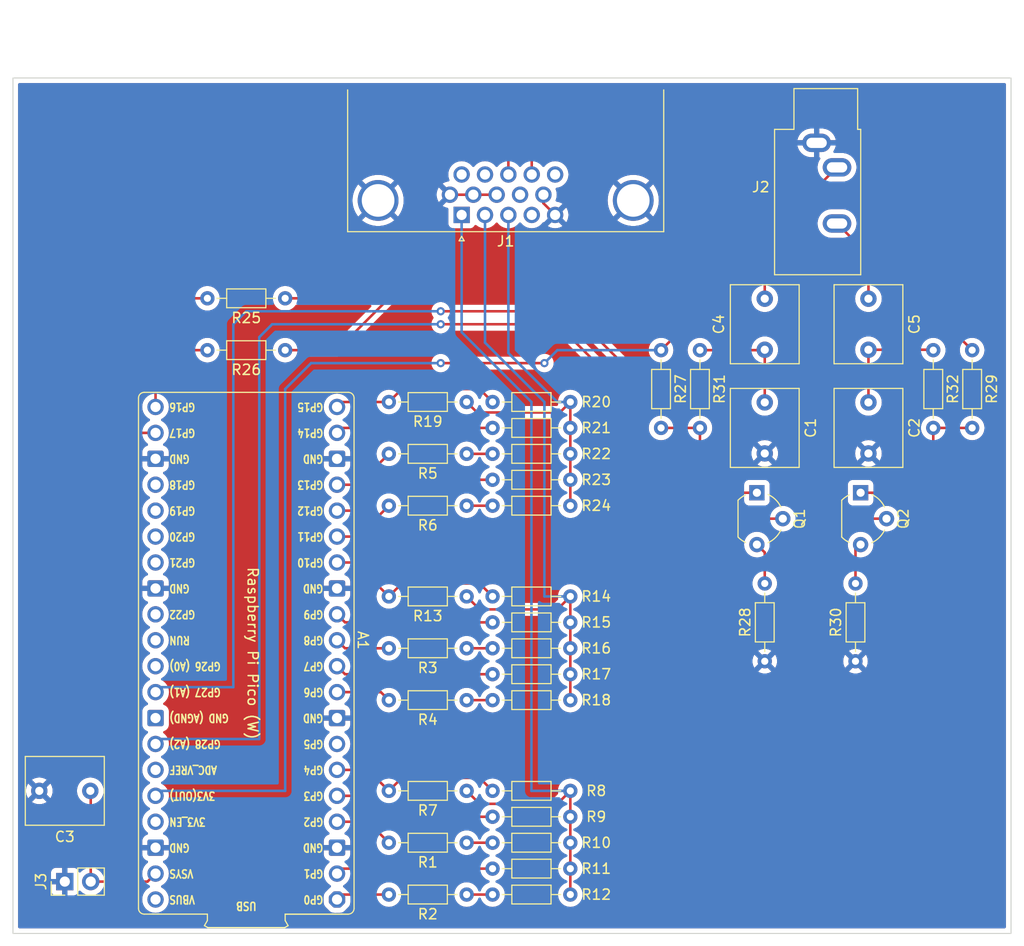
<source format=kicad_pcb>
(kicad_pcb (version 20211014) (generator pcbnew)
  (layers (0 "F.Cu" signal) (31 "B.Cu" signal) (34 "B.Paste" user) (35 "F.Paste" user) (36 "B.SilkS" user "B.Silkscreen") (37 "F.SilkS" user "F.Silkscreen") (38 "B.Mask" user) (39 "F.Mask" user) (44 "Edge.Cuts" user))
  (net 0 "")
  (net 1 "/GPIO0")
  (net 2 "/GPIO1")
  (net 3 "/GPIO2")
  (net 4 "/GPIO3")
  (net 5 "/GPIO4")
  (net 6 "/GPIO5")
  (net 7 "/GPIO6")
  (net 8 "/GPIO7")
  (net 9 "/GPIO8")
  (net 10 "/GPIO9")
  (net 11 "/GPIO10")
  (net 12 "/GPIO11")
  (net 13 "/GPIO12")
  (net 14 "/GPIO13")
  (net 15 "/GPIO14")
  (net 16 "/GPIO15")
  (net 24 "/PWM_R")
  (net 26 "/PWM_L")
  (net 28 "+3V3")
  (net 30 "Net-(A1-Pad21)")
  (net 31 "+5V")
  (net 32 "Net-(C1-Pad1)")
  (net 33 "Net-(C2-Pad1)")
  (net 34 "Net-(C4-Pad2)")
  (net 35 "Net-(C5-Pad1)")
  (net 36 "/VGA_R")
  (net 37 "/VGA_G")
  (net 38 "/VGA_B")
  (net 43 "/HSYNC")
  (net 44 "/VSYNC")
  (net 46 "Net-(Q1-Pad1)")
  (net 47 "Net-(Q1-Pad3)")
  (net 48 "Net-(Q2-Pad1)")
  (net 49 "Net-(Q2-Pad3)")
  (net 50 "Net-(R1-Pad1)")
  (net 51 "Net-(R12-Pad2)")
  (net 52 "Net-(R16-Pad2)")
  (net 53 "Net-(R18-Pad2)")
  (net 54 "Net-(R22-Pad2)")
  (net 55 "Net-(R24-Pad2)")
  (net 56 "Net-(A1-Pad22)")
  (net 58 "GND")
  (footprint "Capacitor_THT:C_Rect_L7.5mm_W6.5mm_P5.00mm" (layer "F.Cu") (at 115.57 54.65 -90)
    (fp_text reference "C2" (at 2.5 -4.5 90) (layer "F.SilkS"))
    (fp_text value "100n")
    (pad "1" thru_hole circle (at 0 0 270) (size 1.6 1.6) (drill 0.8) (layers *.Cu *.Mask) (net 33 "Net-(C2-Pad1)"))
    (pad "2" thru_hole circle (at 5 0 270) (size 1.6 1.6) (drill 0.8) (layers *.Cu *.Mask) (net 58 "GND"))
  )
  (footprint "Package_TO_SOT_THT:TO-92_Wide" (layer "F.Cu") (at 104.64 63.5 -90)
    (fp_text reference "Q1" (at 2.55 -4.19 90) (layer "F.SilkS"))
    (fp_text value "Q_NMOS_DGS")
    (pad "1" thru_hole rect (at 0 0 270) (size 1.5 1.5) (drill 0.8) (layers *.Cu *.Mask) (net 46 "Net-(Q1-Pad1)"))
    (pad "2" thru_hole circle (at 2.54 -2.54 270) (size 1.5 1.5) (drill 0.8) (layers *.Cu *.Mask) (net 26 "/PWM_L"))
    (pad "3" thru_hole circle (at 5.08 0 270) (size 1.5 1.5) (drill 0.8) (layers *.Cu *.Mask) (net 47 "Net-(Q1-Pad3)"))
  )
  (footprint "Resistor_THT:R_Axial_DIN0204_L3.6mm_D1.6mm_P7.62mm_Horizontal" (layer "F.Cu") (at 76.2 97.79 180)
    (fp_text reference "R1" (at 3.81 -1.92) (layer "F.SilkS"))
    (fp_text value "1k")
    (pad "1" thru_hole circle (at 0 0 180) (size 1.4 1.4) (drill 0.7) (layers *.Cu *.Mask) (net 50 "Net-(R1-Pad1)"))
    (pad "2" thru_hole oval (at 7.62 0 180) (size 1.4 1.4) (drill 0.7) (layers *.Cu *.Mask) (net 3 "/GPIO2"))
  )
  (footprint "Resistor_THT:R_Axial_DIN0204_L3.6mm_D1.6mm_P7.62mm_Horizontal" (layer "F.Cu") (at 76.2 73.66 180)
    (fp_text reference "R13" (at 3.81 -1.92) (layer "F.SilkS"))
    (fp_text value "1k")
    (pad "1" thru_hole circle (at 0 0 180) (size 1.4 1.4) (drill 0.7) (layers *.Cu *.Mask) (net 37 "/VGA_G"))
    (pad "2" thru_hole oval (at 7.62 0 180) (size 1.4 1.4) (drill 0.7) (layers *.Cu *.Mask) (net 11 "/GPIO10"))
  )
  (footprint "Resistor_THT:R_Axial_DIN0204_L3.6mm_D1.6mm_P7.62mm_Horizontal" (layer "F.Cu") (at 99.06 49.53 -90)
    (fp_text reference "R31" (at 3.81 -1.92 90) (layer "F.SilkS"))
    (fp_text value "220")
    (pad "1" thru_hole circle (at 0 0 270) (size 1.4 1.4) (drill 0.7) (layers *.Cu *.Mask) (net 32 "Net-(C1-Pad1)"))
    (pad "2" thru_hole oval (at 7.62 0 270) (size 1.4 1.4) (drill 0.7) (layers *.Cu *.Mask) (net 46 "Net-(Q1-Pad1)"))
  )
  (footprint "Resistor_THT:R_Axial_DIN0204_L3.6mm_D1.6mm_P7.62mm_Horizontal" (layer "F.Cu") (at 86.36 59.69 180)
    (fp_text reference "R22" (at -2.54 0) (layer "F.SilkS"))
    (fp_text value "1k")
    (pad "1" thru_hole circle (at 0 0 180) (size 1.4 1.4) (drill 0.7) (layers *.Cu *.Mask) (net 38 "/VGA_B"))
    (pad "2" thru_hole oval (at 7.62 0 180) (size 1.4 1.4) (drill 0.7) (layers *.Cu *.Mask) (net 54 "Net-(R22-Pad2)"))
  )
  (footprint "Resistor_THT:R_Axial_DIN0204_L3.6mm_D1.6mm_P7.62mm_Horizontal" (layer "F.Cu") (at 86.36 57.15 180)
    (fp_text reference "R21" (at -2.54 0) (layer "F.SilkS"))
    (fp_text value "1k")
    (pad "1" thru_hole circle (at 0 0 180) (size 1.4 1.4) (drill 0.7) (layers *.Cu *.Mask) (net 38 "/VGA_B"))
    (pad "2" thru_hole oval (at 7.62 0 180) (size 1.4 1.4) (drill 0.7) (layers *.Cu *.Mask) (net 15 "/GPIO14"))
  )
  (footprint "Resistor_THT:R_Axial_DIN0204_L3.6mm_D1.6mm_P7.62mm_Horizontal" (layer "F.Cu") (at 58.42 49.53 180)
    (fp_text reference "R26" (at 3.81 -1.92) (layer "F.SilkS"))
    (fp_text value "47")
    (pad "1" thru_hole circle (at 0 0 180) (size 1.4 1.4) (drill 0.7) (layers *.Cu *.Mask) (net 43 "/HSYNC"))
    (pad "2" thru_hole oval (at 7.62 0 180) (size 1.4 1.4) (drill 0.7) (layers *.Cu *.Mask) (net 30 "Net-(A1-Pad21)"))
  )
  (footprint "Resistor_THT:R_Axial_DIN0204_L3.6mm_D1.6mm_P7.62mm_Horizontal" (layer "F.Cu") (at 114.3 80.01 90)
    (fp_text reference "R30" (at 3.81 -1.92 90) (layer "F.SilkS"))
    (fp_text value "100")
    (pad "1" thru_hole circle (at 0 0 90) (size 1.4 1.4) (drill 0.7) (layers *.Cu *.Mask) (net 58 "GND"))
    (pad "2" thru_hole oval (at 7.62 0 90) (size 1.4 1.4) (drill 0.7) (layers *.Cu *.Mask) (net 49 "Net-(Q2-Pad3)"))
  )
  (footprint "Capacitor_THT:C_Rect_L7.5mm_W6.5mm_P5.00mm" (layer "F.Cu") (at 39.33 92.71 180)
    (fp_text reference "C3" (at 2.5 -4.5) (layer "F.SilkS"))
    (fp_text value "100n")
    (pad "1" thru_hole circle (at 0 0 180) (size 1.6 1.6) (drill 0.8) (layers *.Cu *.Mask) (net 31 "+5V"))
    (pad "2" thru_hole circle (at 5 0 180) (size 1.6 1.6) (drill 0.8) (layers *.Cu *.Mask) (net 58 "GND"))
  )
  (footprint "Resistor_THT:R_Axial_DIN0204_L3.6mm_D1.6mm_P7.62mm_Horizontal" (layer "F.Cu") (at 86.36 73.66 180)
    (fp_text reference "R14" (at -2.54 0) (layer "F.SilkS"))
    (fp_text value "1k")
    (pad "1" thru_hole circle (at 0 0 180) (size 1.4 1.4) (drill 0.7) (layers *.Cu *.Mask) (net 37 "/VGA_G"))
    (pad "2" thru_hole oval (at 7.62 0 180) (size 1.4 1.4) (drill 0.7) (layers *.Cu *.Mask) (net 11 "/GPIO10"))
  )
  (footprint "Resistor_THT:R_Axial_DIN0204_L3.6mm_D1.6mm_P7.62mm_Horizontal" (layer "F.Cu") (at 86.36 95.25 180)
    (fp_text reference "R9" (at -2.54 0) (layer "F.SilkS"))
    (fp_text value "1k")
    (pad "1" thru_hole circle (at 0 0 180) (size 1.4 1.4) (drill 0.7) (layers *.Cu *.Mask) (net 36 "/VGA_R"))
    (pad "2" thru_hole oval (at 7.62 0 180) (size 1.4 1.4) (drill 0.7) (layers *.Cu *.Mask) (net 4 "/GPIO3"))
  )
  (footprint "Resistor_THT:R_Axial_DIN0204_L3.6mm_D1.6mm_P7.62mm_Horizontal" (layer "F.Cu") (at 76.2 64.77 180)
    (fp_text reference "R6" (at 3.81 -1.92) (layer "F.SilkS"))
    (fp_text value "3.9k")
    (pad "1" thru_hole circle (at 0 0 180) (size 1.4 1.4) (drill 0.7) (layers *.Cu *.Mask) (net 55 "Net-(R24-Pad2)"))
    (pad "2" thru_hole oval (at 7.62 0 180) (size 1.4 1.4) (drill 0.7) (layers *.Cu *.Mask) (net 12 "/GPIO11"))
  )
  (footprint "Resistor_THT:R_Axial_DIN0204_L3.6mm_D1.6mm_P7.62mm_Horizontal" (layer "F.Cu") (at 86.36 102.87 180)
    (fp_text reference "R12" (at -2.54 0) (layer "F.SilkS"))
    (fp_text value "3.9k")
    (pad "1" thru_hole circle (at 0 0 180) (size 1.4 1.4) (drill 0.7) (layers *.Cu *.Mask) (net 36 "/VGA_R"))
    (pad "2" thru_hole oval (at 7.62 0 180) (size 1.4 1.4) (drill 0.7) (layers *.Cu *.Mask) (net 51 "Net-(R12-Pad2)"))
  )
  (footprint "Resistor_THT:R_Axial_DIN0204_L3.6mm_D1.6mm_P7.62mm_Horizontal" (layer "F.Cu") (at 76.2 78.74 180)
    (fp_text reference "R3" (at 3.81 -1.92) (layer "F.SilkS"))
    (fp_text value "1k")
    (pad "1" thru_hole circle (at 0 0 180) (size 1.4 1.4) (drill 0.7) (layers *.Cu *.Mask) (net 52 "Net-(R16-Pad2)"))
    (pad "2" thru_hole oval (at 7.62 0 180) (size 1.4 1.4) (drill 0.7) (layers *.Cu *.Mask) (net 9 "/GPIO8"))
  )
  (footprint "Resistor_THT:R_Axial_DIN0204_L3.6mm_D1.6mm_P7.62mm_Horizontal" (layer "F.Cu") (at 86.36 62.23 180)
    (fp_text reference "R23" (at -2.54 0) (layer "F.SilkS"))
    (fp_text value "3.9k")
    (pad "1" thru_hole circle (at 0 0 180) (size 1.4 1.4) (drill 0.7) (layers *.Cu *.Mask) (net 38 "/VGA_B"))
    (pad "2" thru_hole oval (at 7.62 0 180) (size 1.4 1.4) (drill 0.7) (layers *.Cu *.Mask) (net 13 "/GPIO12"))
  )
  (footprint "Connector_Audio:Jack_3.5mm_CUI_SJ1-3533NG_Horizontal" (layer "F.Cu") (at 110.49 29.22)
    (fp_text reference "J2" (at -5.472579 4.332418) (layer "F.SilkS"))
    (fp_text value "AudioJack3")
    (pad "R" thru_hole oval (at 2 7.9) (size 2.8 1.8) (drill oval 2 1) (layers *.Cu *.Mask) (net 35 "Net-(C5-Pad1)"))
    (pad "S" thru_hole oval (at 0 0) (size 2.8 1.8) (drill oval 2 1) (layers *.Cu *.Mask) (net 58 "GND"))
    (pad "T" thru_hole oval (at 2 2.4) (size 2.8 1.8) (drill oval 2 1) (layers *.Cu *.Mask) (net 34 "Net-(C4-Pad2)"))
  )
  (footprint "Resistor_THT:R_Axial_DIN0204_L3.6mm_D1.6mm_P7.62mm_Horizontal" (layer "F.Cu") (at 86.36 83.82 180)
    (fp_text reference "R18" (at -2.54 0) (layer "F.SilkS"))
    (fp_text value "3.9k")
    (pad "1" thru_hole circle (at 0 0 180) (size 1.4 1.4) (drill 0.7) (layers *.Cu *.Mask) (net 37 "/VGA_G"))
    (pad "2" thru_hole oval (at 7.62 0 180) (size 1.4 1.4) (drill 0.7) (layers *.Cu *.Mask) (net 53 "Net-(R18-Pad2)"))
  )
  (footprint "Resistor_THT:R_Axial_DIN0204_L3.6mm_D1.6mm_P7.62mm_Horizontal" (layer "F.Cu") (at 86.36 76.2 180)
    (fp_text reference "R15" (at -2.54 0) (layer "F.SilkS"))
    (fp_text value "1k")
    (pad "1" thru_hole circle (at 0 0 180) (size 1.4 1.4) (drill 0.7) (layers *.Cu *.Mask) (net 37 "/VGA_G"))
    (pad "2" thru_hole oval (at 7.62 0 180) (size 1.4 1.4) (drill 0.7) (layers *.Cu *.Mask) (net 10 "/GPIO9"))
  )
  (footprint "Resistor_THT:R_Axial_DIN0204_L3.6mm_D1.6mm_P7.62mm_Horizontal" (layer "F.Cu") (at 86.36 78.74 180)
    (fp_text reference "R16" (at -2.54 0) (layer "F.SilkS"))
    (fp_text value "1k")
    (pad "1" thru_hole circle (at 0 0 180) (size 1.4 1.4) (drill 0.7) (layers *.Cu *.Mask) (net 37 "/VGA_G"))
    (pad "2" thru_hole oval (at 7.62 0 180) (size 1.4 1.4) (drill 0.7) (layers *.Cu *.Mask) (net 52 "Net-(R16-Pad2)"))
  )
  (footprint "Connector_PinHeader_2.54mm:PinHeader_1x02_P2.54mm_Vertical" (layer "F.Cu") (at 36.83 101.6 90)
    (fp_text reference "J3" (at 0 -2.33 90) (layer "F.SilkS"))
    (fp_text value "5V in")
    (pad "1" thru_hole rect (at 0 0 90) (size 1.7 1.7) (drill 1) (layers *.Cu *.Mask) (net 58 "GND"))
    (pad "2" thru_hole oval (at 0 2.54 90) (size 1.7 1.7) (drill 1) (layers *.Cu *.Mask) (net 31 "+5V"))
  )
  (footprint "Resistor_THT:R_Axial_DIN0204_L3.6mm_D1.6mm_P7.62mm_Horizontal" (layer "F.Cu") (at 86.36 97.79 180)
    (fp_text reference "R10" (at -2.54 0) (layer "F.SilkS"))
    (fp_text value "1k")
    (pad "1" thru_hole circle (at 0 0 180) (size 1.4 1.4) (drill 0.7) (layers *.Cu *.Mask) (net 36 "/VGA_R"))
    (pad "2" thru_hole oval (at 7.62 0 180) (size 1.4 1.4) (drill 0.7) (layers *.Cu *.Mask) (net 50 "Net-(R1-Pad1)"))
  )
  (footprint "Resistor_THT:R_Axial_DIN0204_L3.6mm_D1.6mm_P7.62mm_Horizontal" (layer "F.Cu") (at 76.2 83.82 180)
    (fp_text reference "R4" (at 3.81 -1.92) (layer "F.SilkS"))
    (fp_text value "3.9k")
    (pad "1" thru_hole circle (at 0 0 180) (size 1.4 1.4) (drill 0.7) (layers *.Cu *.Mask) (net 53 "Net-(R18-Pad2)"))
    (pad "2" thru_hole oval (at 7.62 0 180) (size 1.4 1.4) (drill 0.7) (layers *.Cu *.Mask) (net 7 "/GPIO6"))
  )
  (footprint "Resistor_THT:R_Axial_DIN0204_L3.6mm_D1.6mm_P7.62mm_Horizontal" (layer "F.Cu") (at 86.36 54.61 180)
    (fp_text reference "R20" (at -2.54 0) (layer "F.SilkS"))
    (fp_text value "1k")
    (pad "1" thru_hole circle (at 0 0 180) (size 1.4 1.4) (drill 0.7) (layers *.Cu *.Mask) (net 38 "/VGA_B"))
    (pad "2" thru_hole oval (at 7.62 0 180) (size 1.4 1.4) (drill 0.7) (layers *.Cu *.Mask) (net 16 "/GPIO15"))
  )
  (footprint "Resistor_THT:R_Axial_DIN0204_L3.6mm_D1.6mm_P7.62mm_Horizontal" (layer "F.Cu") (at 95.25 49.53 -90)
    (fp_text reference "R27" (at 3.81 -1.92 90) (layer "F.SilkS"))
    (fp_text value "1k")
    (pad "1" thru_hole circle (at 0 0 270) (size 1.4 1.4) (drill 0.7) (layers *.Cu *.Mask) (net 28 "+3V3"))
    (pad "2" thru_hole oval (at 7.62 0 270) (size 1.4 1.4) (drill 0.7) (layers *.Cu *.Mask) (net 46 "Net-(Q1-Pad1)"))
  )
  (footprint "Resistor_THT:R_Axial_DIN0204_L3.6mm_D1.6mm_P7.62mm_Horizontal" (layer "F.Cu") (at 58.42 44.45 180)
    (fp_text reference "R25" (at 3.81 -1.92) (layer "F.SilkS"))
    (fp_text value "47")
    (pad "1" thru_hole circle (at 0 0 180) (size 1.4 1.4) (drill 0.7) (layers *.Cu *.Mask) (net 44 "/VSYNC"))
    (pad "2" thru_hole oval (at 7.62 0 180) (size 1.4 1.4) (drill 0.7) (layers *.Cu *.Mask) (net 56 "Net-(A1-Pad22)"))
  )
  (footprint "Resistor_THT:R_Axial_DIN0204_L3.6mm_D1.6mm_P7.62mm_Horizontal" (layer "F.Cu") (at 76.2 59.69 180)
    (fp_text reference "R5" (at 3.81 -1.92) (layer "F.SilkS"))
    (fp_text value "1k")
    (pad "1" thru_hole circle (at 0 0 180) (size 1.4 1.4) (drill 0.7) (layers *.Cu *.Mask) (net 54 "Net-(R22-Pad2)"))
    (pad "2" thru_hole oval (at 7.62 0 180) (size 1.4 1.4) (drill 0.7) (layers *.Cu *.Mask) (net 14 "/GPIO13"))
  )
  (footprint "Resistor_THT:R_Axial_DIN0204_L3.6mm_D1.6mm_P7.62mm_Horizontal" (layer "F.Cu") (at 125.73 49.53 -90)
    (fp_text reference "R29" (at 3.81 -1.92 90) (layer "F.SilkS"))
    (fp_text value "1k")
    (pad "1" thru_hole circle (at 0 0 270) (size 1.4 1.4) (drill 0.7) (layers *.Cu *.Mask) (net 28 "+3V3"))
    (pad "2" thru_hole oval (at 7.62 0 270) (size 1.4 1.4) (drill 0.7) (layers *.Cu *.Mask) (net 48 "Net-(Q2-Pad1)"))
  )
  (footprint "Resistor_THT:R_Axial_DIN0204_L3.6mm_D1.6mm_P7.62mm_Horizontal" (layer "F.Cu") (at 76.2 102.87 180)
    (fp_text reference "R2" (at 3.81 -1.92) (layer "F.SilkS"))
    (fp_text value "3.9k")
    (pad "1" thru_hole circle (at 0 0 180) (size 1.4 1.4) (drill 0.7) (layers *.Cu *.Mask) (net 51 "Net-(R12-Pad2)"))
    (pad "2" thru_hole oval (at 7.62 0 180) (size 1.4 1.4) (drill 0.7) (layers *.Cu *.Mask) (net 1 "/GPIO0"))
  )
  (footprint "Resistor_THT:R_Axial_DIN0204_L3.6mm_D1.6mm_P7.62mm_Horizontal" (layer "F.Cu") (at 86.36 92.71 180)
    (fp_text reference "R8" (at -2.54 0) (layer "F.SilkS"))
    (fp_text value "1k")
    (pad "1" thru_hole circle (at 0 0 180) (size 1.4 1.4) (drill 0.7) (layers *.Cu *.Mask) (net 36 "/VGA_R"))
    (pad "2" thru_hole oval (at 7.62 0 180) (size 1.4 1.4) (drill 0.7) (layers *.Cu *.Mask) (net 5 "/GPIO4"))
  )
  (footprint "Capacitor_THT:C_Rect_L7.5mm_W6.5mm_P5.00mm" (layer "F.Cu") (at 105.41 49.49 90)
    (fp_text reference "C4" (at 2.5 -4.5 90) (layer "F.SilkS"))
    (fp_text value "1u")
    (pad "1" thru_hole circle (at 0 0 90) (size 1.6 1.6) (drill 0.8) (layers *.Cu *.Mask) (net 32 "Net-(C1-Pad1)"))
    (pad "2" thru_hole circle (at 5 0 90) (size 1.6 1.6) (drill 0.8) (layers *.Cu *.Mask) (net 34 "Net-(C4-Pad2)"))
  )
  (footprint "Resistor_THT:R_Axial_DIN0204_L3.6mm_D1.6mm_P7.62mm_Horizontal" (layer "F.Cu") (at 86.36 100.33 180)
    (fp_text reference "R11" (at -2.54 0) (layer "F.SilkS"))
    (fp_text value "3.9k")
    (pad "1" thru_hole circle (at 0 0 180) (size 1.4 1.4) (drill 0.7) (layers *.Cu *.Mask) (net 36 "/VGA_R"))
    (pad "2" thru_hole oval (at 7.62 0 180) (size 1.4 1.4) (drill 0.7) (layers *.Cu *.Mask) (net 2 "/GPIO1"))
  )
  (footprint "Capacitor_THT:C_Rect_L7.5mm_W6.5mm_P5.00mm" (layer "F.Cu") (at 105.41 54.65 -90)
    (fp_text reference "C1" (at 2.5 -4.5 90) (layer "F.SilkS"))
    (fp_text value "100n")
    (pad "1" thru_hole circle (at 0 0 270) (size 1.6 1.6) (drill 0.8) (layers *.Cu *.Mask) (net 32 "Net-(C1-Pad1)"))
    (pad "2" thru_hole circle (at 5 0 270) (size 1.6 1.6) (drill 0.8) (layers *.Cu *.Mask) (net 58 "GND"))
  )
  (footprint "Resistor_THT:R_Axial_DIN0204_L3.6mm_D1.6mm_P7.62mm_Horizontal" (layer "F.Cu") (at 121.92 49.53 -90)
    (fp_text reference "R32" (at 3.81 -1.92 90) (layer "F.SilkS"))
    (fp_text value "220")
    (pad "1" thru_hole circle (at 0 0 270) (size 1.4 1.4) (drill 0.7) (layers *.Cu *.Mask) (net 33 "Net-(C2-Pad1)"))
    (pad "2" thru_hole oval (at 7.62 0 270) (size 1.4 1.4) (drill 0.7) (layers *.Cu *.Mask) (net 48 "Net-(Q2-Pad1)"))
  )
  (footprint "Resistor_THT:R_Axial_DIN0204_L3.6mm_D1.6mm_P7.62mm_Horizontal" (layer "F.Cu") (at 76.2 54.61 180)
    (fp_text reference "R19" (at 3.81 -1.92) (layer "F.SilkS"))
    (fp_text value "1k")
    (pad "1" thru_hole circle (at 0 0 180) (size 1.4 1.4) (drill 0.7) (layers *.Cu *.Mask) (net 38 "/VGA_B"))
    (pad "2" thru_hole oval (at 7.62 0 180) (size 1.4 1.4) (drill 0.7) (layers *.Cu *.Mask) (net 16 "/GPIO15"))
  )
  (footprint "Resistor_THT:R_Axial_DIN0204_L3.6mm_D1.6mm_P7.62mm_Horizontal" (layer "F.Cu") (at 76.2 92.71 180)
    (fp_text reference "R7" (at 3.81 -1.92) (layer "F.SilkS"))
    (fp_text value "1k")
    (pad "1" thru_hole circle (at 0 0 180) (size 1.4 1.4) (drill 0.7) (layers *.Cu *.Mask) (net 36 "/VGA_R"))
    (pad "2" thru_hole oval (at 7.62 0 180) (size 1.4 1.4) (drill 0.7) (layers *.Cu *.Mask) (net 5 "/GPIO4"))
  )
  (footprint "Connector_Dsub:DSUB-15-HD_Female_Horizontal_P2.29x1.98mm_EdgePinOffset8.35mm_Housed_MountingHolesOffset10.89mm" (layer "F.Cu") (at 75.71 36.280331 180)
    (fp_text reference "J1" (at -4.315 -2.58) (layer "F.SilkS"))
    (fp_text value "L77HDE15SD1CH4F")
    (pad "0" thru_hole circle (at 8.185 1.42 180) (size 4 4) (drill 3.2) (layers *.Cu *.Mask) (net 58 "GND"))
    (pad "0" thru_hole circle (at -16.815 1.42 180) (size 4 4) (drill 3.2) (layers *.Cu *.Mask) (net 58 "GND"))
    (pad "1" thru_hole rect (at 0 0 180) (size 1.6 1.6) (drill 1) (layers *.Cu *.Mask) (net 36 "/VGA_R"))
    (pad "2" thru_hole circle (at -2.29 0 180) (size 1.6 1.6) (drill 1) (layers *.Cu *.Mask) (net 37 "/VGA_G"))
    (pad "3" thru_hole circle (at -4.58 0 180) (size 1.6 1.6) (drill 1) (layers *.Cu *.Mask) (net 38 "/VGA_B"))
    (pad "4" thru_hole circle (at -6.87 0 180) (size 1.6 1.6) (drill 1) (layers *.Cu *.Mask))
    (pad "5" thru_hole circle (at -9.16 0 180) (size 1.6 1.6) (drill 1) (layers *.Cu *.Mask) (net 58 "GND"))
    (pad "6" thru_hole circle (at 1.145 1.98 180) (size 1.6 1.6) (drill 1) (layers *.Cu *.Mask) (net 58 "GND"))
    (pad "7" thru_hole circle (at -1.145 1.98 180) (size 1.6 1.6) (drill 1) (layers *.Cu *.Mask) (net 58 "GND"))
    (pad "8" thru_hole circle (at -3.435 1.98 180) (size 1.6 1.6) (drill 1) (layers *.Cu *.Mask) (net 58 "GND"))
    (pad "9" thru_hole circle (at -5.725 1.98 180) (size 1.6 1.6) (drill 1) (layers *.Cu *.Mask))
    (pad "10" thru_hole circle (at -8.015 1.98 180) (size 1.6 1.6) (drill 1) (layers *.Cu *.Mask) (net 58 "GND"))
    (pad "11" thru_hole circle (at 0 3.96 180) (size 1.6 1.6) (drill 1) (layers *.Cu *.Mask))
    (pad "12" thru_hole circle (at -2.29 3.96 180) (size 1.6 1.6) (drill 1) (layers *.Cu *.Mask))
    (pad "13" thru_hole circle (at -4.58 3.96 180) (size 1.6 1.6) (drill 1) (layers *.Cu *.Mask) (net 43 "/HSYNC"))
    (pad "14" thru_hole circle (at -6.87 3.96 180) (size 1.6 1.6) (drill 1) (layers *.Cu *.Mask) (net 44 "/VSYNC"))
    (pad "15" thru_hole circle (at -9.16 3.96 180) (size 1.6 1.6) (drill 1) (layers *.Cu *.Mask))
  )
  (footprint "Module:Raspberry_Pi_Pico_Socket" (layer "F.Cu") (at 63.5 103.355 180)
    (fp_text reference "A1" (at -2.54 25.4 270 unlocked) (layer "F.SilkS"))
    (fp_text value "RaspberryPi-Pico-Socket")
    (fp_text user "GP3" (at 1.27 10.16 180 unlocked) (layer "F.SilkS") (effects (font (size 0.8 0.64)) (justify left)))
    (fp_text user "GND" (at 16.51 30.48 180 unlocked) (layer "F.SilkS") (effects (font (size 0.8 0.64)) (justify right)))
    (fp_text user "GP13" (at 1.27 40.64 180 unlocked) (layer "F.SilkS") (effects (font (size 0.8 0.64)) (justify left)))
    (fp_text user "GP18" (at 16.51 40.64 180 unlocked) (layer "F.SilkS") (effects (font (size 0.8 0.64)) (justify right)))
    (fp_text user "GP10" (at 1.27 33.02 180 unlocked) (layer "F.SilkS") (effects (font (size 0.8 0.64)) (justify left)))
    (fp_text user "VSYS" (at 16.51 2.54 180 unlocked) (layer "F.SilkS") (effects (font (size 0.8 0.64)) (justify right)))
    (fp_text user "GP4" (at 1.27 12.7 180 unlocked) (layer "F.SilkS") (effects (font (size 0.8 0.64)) (justify left)))
    (fp_text user "GP9" (at 1.27 27.94 180 unlocked) (layer "F.SilkS") (effects (font (size 0.8 0.64)) (justify left)))
    (fp_text user "GP2" (at 1.27 7.62 180 unlocked) (layer "F.SilkS") (effects (font (size 0.8 0.64)) (justify left)))
    (fp_text user "ADC_VREF" (at 16.51 12.7 180 unlocked) (layer "F.SilkS") (effects (font (size 0.8 0.64)) (justify right)))
    (fp_text user "GND" (at 1.27 30.48 180 unlocked) (layer "F.SilkS") (effects (font (size 0.8 0.64)) (justify left)))
    (fp_text user "RUN" (at 16.51 25.4 180 unlocked) (layer "F.SilkS") (effects (font (size 0.8 0.64)) (justify right)))
    (fp_text user "GP15" (at 1.27 48.26 180 unlocked) (layer "F.SilkS") (effects (font (size 0.8 0.64)) (justify left)))
    (fp_text user "GP19" (at 16.51 38.1 180 unlocked) (layer "F.SilkS") (effects (font (size 0.8 0.64)) (justify right)))
    (fp_text user "GND" (at 1.27 5.08 180 unlocked) (layer "F.SilkS") (effects (font (size 0.8 0.64)) (justify left)))
    (fp_text user "GP0" (at 1.27 0 180 unlocked) (layer "F.SilkS") (effects (font (size 0.8 0.64)) (justify left)))
    (fp_text user "GP28 (A2)" (at 16.51 15.24 180 unlocked) (layer "F.SilkS") (effects (font (size 0.8 0.64)) (justify right)))
    (fp_text user "GND" (at 16.51 5.08 180 unlocked) (layer "F.SilkS") (effects (font (size 0.8 0.64)) (justify right)))
    (fp_text user "GND" (at 1.27 17.78 180 unlocked) (layer "F.SilkS") (effects (font (size 0.8 0.64)) (justify left)))
    (fp_text user "GP5" (at 1.27 15.24 180 unlocked) (layer "F.SilkS") (effects (font (size 0.8 0.64)) (justify left)))
    (fp_text user "GP14" (at 1.27 45.72 180 unlocked) (layer "F.SilkS") (effects (font (size 0.8 0.64)) (justify left)))
    (fp_text user "GP17" (at 16.51 45.72 180 unlocked) (layer "F.SilkS") (effects (font (size 0.8 0.64)) (justify right)))
    (fp_text user "GP11" (at 1.27 35.56 180 unlocked) (layer "F.SilkS") (effects (font (size 0.8 0.64)) (justify left)))
    (fp_text user "GP1" (at 1.27 2.54 180 unlocked) (layer "F.SilkS") (effects (font (size 0.8 0.64)) (justify left)))
    (fp_text user "GP20" (at 16.51 35.56 180 unlocked) (layer "F.SilkS") (effects (font (size 0.8 0.64)) (justify right)))
    (fp_text user "GP8" (at 1.27 25.4 180 unlocked) (layer "F.SilkS") (effects (font (size 0.8 0.64)) (justify left)))
    (fp_text user "Raspberry Pi Pico (W)" (at 8.255 24.13 270 unlocked) (layer "F.SilkS"))
    (fp_text user "GND" (at 16.51 43.18 180 unlocked) (layer "F.SilkS") (effects (font (size 0.8 0.64)) (justify right)))
    (fp_text user "GP22" (at 16.51 27.94 180 unlocked) (layer "F.SilkS") (effects (font (size 0.8 0.64)) (justify right)))
    (fp_text user "GP21" (at 16.51 33.02 180 unlocked) (layer "F.SilkS") (effects (font (size 0.8 0.64)) (justify right)))
    (fp_text user "GP26 (A0)" (at 16.51 22.86 180 unlocked) (layer "F.SilkS") (effects (font (size 0.8 0.64)) (justify right)))
    (fp_text user "GND (AGND)" (at 16.51 17.78 180 unlocked) (layer "F.SilkS") (effects (font (size 0.8 0.64)) (justify right)))
    (fp_text user "GP6" (at 1.27 20.32 180 unlocked) (layer "F.SilkS") (effects (font (size 0.8 0.64)) (justify left)))
    (fp_text user "GP16" (at 16.51 48.26 180 unlocked) (layer "F.SilkS") (effects (font (size 0.8 0.64)) (justify right)))
    (fp_text user "USB" (at 8.89 -0.635 180 unlocked) (layer "F.SilkS") (effects (font (size 0.8 0.66))))
    (fp_text user "GP27 (A1)" (at 16.51 20.32 180 unlocked) (layer "F.SilkS") (effects (font (size 0.8 0.64)) (justify right)))
    (fp_text user "VBUS" (at 16.51 0 180 unlocked) (layer "F.SilkS") (effects (font (size 0.8 0.64)) (justify right)))
    (fp_text user "3V3(OUT)" (at 16.51 10.16 180 unlocked) (layer "F.SilkS") (effects (font (size 0.8 0.64)) (justify right)))
    (fp_text user "GP12" (at 1.27 38.1 180 unlocked) (layer "F.SilkS") (effects (font (size 0.8 0.64)) (justify left)))
    (fp_text user "3V3_EN" (at 16.51 7.62 180 unlocked) (layer "F.SilkS") (effects (font (size 0.8 0.64)) (justify right)))
    (fp_text user "GP7" (at 1.27 22.86 180 unlocked) (layer "F.SilkS") (effects (font (size 0.8 0.64)) (justify left)))
    (fp_text user "GND" (at 1.27 43.18 180 unlocked) (layer "F.SilkS") (effects (font (size 0.8 0.64)) (justify left)))
    (pad "1" thru_hole custom (at 0 0 180) (size 1.6 1.6) (drill 1) (layers *.Cu *.Mask) (net 1 "/GPIO0") (options (clearance convexhull) (anchor circle)) (primitives (gr_poly (pts (xy 0.6 0.248529) (xy 0.248529 0.6) (xy -0.248529 0.6) (xy -0.6 0.248529) (xy -0.6 -0.248529) (xy -0.248529 -0.6) (xy 0.248529 -0.6) (xy 0.6 -0.248529)) (width 0.4) (fill yes))))
    (pad "2" thru_hole circle (at 0 2.54 180) (size 1.6 1.6) (drill 1) (layers *.Cu *.Mask) (net 2 "/GPIO1"))
    (pad "3" thru_hole roundrect (at 0 5.08 180) (size 1.6 1.6) (drill 1) (layers *.Cu *.Mask) (roundrect_rratio 0.125) (net 58 "GND"))
    (pad "4" thru_hole circle (at 0 7.62 180) (size 1.6 1.6) (drill 1) (layers *.Cu *.Mask) (net 3 "/GPIO2"))
    (pad "5" thru_hole circle (at 0 10.16 180) (size 1.6 1.6) (drill 1) (layers *.Cu *.Mask) (net 4 "/GPIO3"))
    (pad "6" thru_hole circle (at 0 12.7 180) (size 1.6 1.6) (drill 1) (layers *.Cu *.Mask) (net 5 "/GPIO4"))
    (pad "7" thru_hole circle (at 0 15.24 180) (size 1.6 1.6) (drill 1) (layers *.Cu *.Mask) (net 6 "/GPIO5"))
    (pad "8" thru_hole roundrect (at 0 17.78 180) (size 1.6 1.6) (drill 1) (layers *.Cu *.Mask) (roundrect_rratio 0.125) (net 58 "GND"))
    (pad "9" thru_hole circle (at 0 20.32 180) (size 1.6 1.6) (drill 1) (layers *.Cu *.Mask) (net 7 "/GPIO6"))
    (pad "10" thru_hole circle (at 0 22.86 180) (size 1.6 1.6) (drill 1) (layers *.Cu *.Mask) (net 8 "/GPIO7"))
    (pad "11" thru_hole circle (at 0 25.4 180) (size 1.6 1.6) (drill 1) (layers *.Cu *.Mask) (net 9 "/GPIO8"))
    (pad "12" thru_hole circle (at 0 27.94 180) (size 1.6 1.6) (drill 1) (layers *.Cu *.Mask) (net 10 "/GPIO9"))
    (pad "13" thru_hole roundrect (at 0 30.48 180) (size 1.6 1.6) (drill 1) (layers *.Cu *.Mask) (roundrect_rratio 0.125) (net 58 "GND"))
    (pad "14" thru_hole circle (at 0 33.02 180) (size 1.6 1.6) (drill 1) (layers *.Cu *.Mask) (net 11 "/GPIO10"))
    (pad "15" thru_hole circle (at 0 35.56 180) (size 1.6 1.6) (drill 1) (layers *.Cu *.Mask) (net 12 "/GPIO11"))
    (pad "16" thru_hole circle (at 0 38.1 180) (size 1.6 1.6) (drill 1) (layers *.Cu *.Mask) (net 13 "/GPIO12"))
    (pad "17" thru_hole circle (at 0 40.64 180) (size 1.6 1.6) (drill 1) (layers *.Cu *.Mask) (net 14 "/GPIO13"))
    (pad "18" thru_hole roundrect (at 0 43.18 180) (size 1.6 1.6) (drill 1) (layers *.Cu *.Mask) (roundrect_rratio 0.125) (net 58 "GND"))
    (pad "19" thru_hole circle (at 0 45.72 180) (size 1.6 1.6) (drill 1) (layers *.Cu *.Mask) (net 15 "/GPIO14"))
    (pad "20" thru_hole circle (at 0 48.26 180) (size 1.6 1.6) (drill 1) (layers *.Cu *.Mask) (net 16 "/GPIO15"))
    (pad "21" thru_hole circle (at 17.78 48.26 180) (size 1.6 1.6) (drill 1) (layers *.Cu *.Mask) (net 30 "Net-(A1-Pad21)"))
    (pad "22" thru_hole circle (at 17.78 45.72 180) (size 1.6 1.6) (drill 1) (layers *.Cu *.Mask) (net 56 "Net-(A1-Pad22)"))
    (pad "23" thru_hole roundrect (at 17.78 43.18 180) (size 1.6 1.6) (drill 1) (layers *.Cu *.Mask) (roundrect_rratio 0.125) (net 58 "GND"))
    (pad "24" thru_hole circle (at 17.78 40.64 180) (size 1.6 1.6) (drill 1) (layers *.Cu *.Mask))
    (pad "25" thru_hole circle (at 17.78 38.1 180) (size 1.6 1.6) (drill 1) (layers *.Cu *.Mask))
    (pad "26" thru_hole circle (at 17.78 35.56 180) (size 1.6 1.6) (drill 1) (layers *.Cu *.Mask))
    (pad "27" thru_hole circle (at 17.78 33.02 180) (size 1.6 1.6) (drill 1) (layers *.Cu *.Mask))
    (pad "28" thru_hole roundrect (at 17.78 30.48 180) (size 1.6 1.6) (drill 1) (layers *.Cu *.Mask) (roundrect_rratio 0.125) (net 58 "GND"))
    (pad "29" thru_hole circle (at 17.78 27.94 180) (size 1.6 1.6) (drill 1) (layers *.Cu *.Mask))
    (pad "30" thru_hole circle (at 17.78 25.4 180) (size 1.6 1.6) (drill 1) (layers *.Cu *.Mask))
    (pad "31" thru_hole circle (at 17.78 22.86 180) (size 1.6 1.6) (drill 1) (layers *.Cu *.Mask))
    (pad "32" thru_hole circle (at 17.78 20.32 180) (size 1.6 1.6) (drill 1) (layers *.Cu *.Mask) (net 24 "/PWM_R"))
    (pad "33" thru_hole roundrect (at 17.78 17.78 180) (size 1.6 1.6) (drill 1) (layers *.Cu *.Mask) (roundrect_rratio 0.125))
    (pad "34" thru_hole circle (at 17.78 15.24 180) (size 1.6 1.6) (drill 1) (layers *.Cu *.Mask) (net 26 "/PWM_L"))
    (pad "35" thru_hole circle (at 17.78 12.7 180) (size 1.6 1.6) (drill 1) (layers *.Cu *.Mask))
    (pad "36" thru_hole circle (at 17.78 10.16 180) (size 1.6 1.6) (drill 1) (layers *.Cu *.Mask) (net 28 "+3V3"))
    (pad "37" thru_hole circle (at 17.78 7.62 180) (size 1.6 1.6) (drill 1) (layers *.Cu *.Mask))
    (pad "38" thru_hole roundrect (at 17.78 5.08 180) (size 1.6 1.6) (drill 1) (layers *.Cu *.Mask) (roundrect_rratio 0.125) (net 58 "GND"))
    (pad "39" thru_hole circle (at 17.78 2.54 180) (size 1.6 1.6) (drill 1) (layers *.Cu *.Mask) (net 31 "+5V"))
    (pad "40" thru_hole circle (at 17.78 0 180) (size 1.6 1.6) (drill 1) (layers *.Cu *.Mask))
  )
  (footprint "Capacitor_THT:C_Rect_L7.5mm_W6.5mm_P5.00mm" (layer "F.Cu") (at 115.57 44.49 -90)
    (fp_text reference "C5" (at 2.5 -4.5 90) (layer "F.SilkS"))
    (fp_text value "1u")
    (pad "1" thru_hole circle (at 0 0 270) (size 1.6 1.6) (drill 0.8) (layers *.Cu *.Mask) (net 35 "Net-(C5-Pad1)"))
    (pad "2" thru_hole circle (at 5 0 270) (size 1.6 1.6) (drill 0.8) (layers *.Cu *.Mask) (net 33 "Net-(C2-Pad1)"))
  )
  (footprint "Resistor_THT:R_Axial_DIN0204_L3.6mm_D1.6mm_P7.62mm_Horizontal" (layer "F.Cu") (at 105.41 80.01 90)
    (fp_text reference "R28" (at 3.81 -1.92 90) (layer "F.SilkS"))
    (fp_text value "100")
    (pad "1" thru_hole circle (at 0 0 90) (size 1.4 1.4) (drill 0.7) (layers *.Cu *.Mask) (net 58 "GND"))
    (pad "2" thru_hole oval (at 7.62 0 90) (size 1.4 1.4) (drill 0.7) (layers *.Cu *.Mask) (net 47 "Net-(Q1-Pad3)"))
  )
  (footprint "Resistor_THT:R_Axial_DIN0204_L3.6mm_D1.6mm_P7.62mm_Horizontal" (layer "F.Cu") (at 86.36 64.77 180)
    (fp_text reference "R24" (at -2.54 0) (layer "F.SilkS"))
    (fp_text value "3.9k")
    (pad "1" thru_hole circle (at 0 0 180) (size 1.4 1.4) (drill 0.7) (layers *.Cu *.Mask) (net 38 "/VGA_B"))
    (pad "2" thru_hole oval (at 7.62 0 180) (size 1.4 1.4) (drill 0.7) (layers *.Cu *.Mask) (net 55 "Net-(R24-Pad2)"))
  )
  (footprint "Resistor_THT:R_Axial_DIN0204_L3.6mm_D1.6mm_P7.62mm_Horizontal" (layer "F.Cu") (at 86.36 81.28 180)
    (fp_text reference "R17" (at -2.54 0) (layer "F.SilkS"))
    (fp_text value "3.9k")
    (pad "1" thru_hole circle (at 0 0 180) (size 1.4 1.4) (drill 0.7) (layers *.Cu *.Mask) (net 37 "/VGA_G"))
    (pad "2" thru_hole oval (at 7.62 0 180) (size 1.4 1.4) (drill 0.7) (layers *.Cu *.Mask) (net 8 "/GPIO7"))
  )
  (footprint "Package_TO_SOT_THT:TO-92_Wide" (layer "F.Cu") (at 114.8 63.5 -90)
    (fp_text reference "Q2" (at 2.55 -4.19 90) (layer "F.SilkS"))
    (fp_text value "Q_NMOS_DGS")
    (pad "1" thru_hole rect (at 0 0 270) (size 1.5 1.5) (drill 0.8) (layers *.Cu *.Mask) (net 48 "Net-(Q2-Pad1)"))
    (pad "2" thru_hole circle (at 2.54 -2.54 270) (size 1.5 1.5) (drill 0.8) (layers *.Cu *.Mask) (net 24 "/PWM_R"))
    (pad "3" thru_hole circle (at 5.08 0 270) (size 1.5 1.5) (drill 0.8) (layers *.Cu *.Mask) (net 49 "Net-(Q2-Pad3)"))
  )
  (gr_rect (start 31.75 106.68) (end 129.54 22.86) (layer "Edge.Cuts") (width 0.1) (fill none))
  (segment (start 63.985 102.87) (end 63.5 103.355) (width 0.25) (layer "F.Cu") (net 1))
  (segment (start 68.58 102.87) (end 63.985 102.87) (width 0.25) (layer "F.Cu") (net 1))
  (segment (start 78.74 100.33) (end 63.985 100.33) (width 0.25) (layer "F.Cu") (net 2))
  (segment (start 63.985 100.33) (end 63.5 100.815) (width 0.25) (layer "F.Cu") (net 2))
  (segment (start 68.58 97.79) (end 66.525 95.735) (width 0.25) (layer "F.Cu") (net 3))
  (segment (start 66.525 95.735) (end 63.5 95.735) (width 0.25) (layer "F.Cu") (net 3))
  (segment (start 78.74 95.25) (end 68.58 95.25) (width 0.25) (layer "F.Cu") (net 4))
  (segment (start 68.58 95.25) (end 66.525 93.195) (width 0.25) (layer "F.Cu") (net 4))
  (segment (start 66.525 93.195) (end 63.5 93.195) (width 0.25) (layer "F.Cu") (net 4))
  (segment (start 68.58 92.71) (end 69.85 91.44) (width 0.25) (layer "F.Cu") (net 5))
  (segment (start 68.58 92.71) (end 66.525 90.655) (width 0.25) (layer "F.Cu") (net 5))
  (segment (start 69.85 91.44) (end 77.47 91.44) (width 0.25) (layer "F.Cu") (net 5))
  (segment (start 66.525 90.655) (end 63.5 90.655) (width 0.25) (layer "F.Cu") (net 5))
  (segment (start 77.47 91.44) (end 78.74 92.71) (width 0.25) (layer "F.Cu") (net 5))
  (segment (start 67.795 83.035) (end 63.5 83.035) (width 0.25) (layer "F.Cu") (net 7))
  (segment (start 68.58 83.82) (end 67.795 83.035) (width 0.25) (layer "F.Cu") (net 7))
  (segment (start 64.285 81.28) (end 63.5 80.495) (width 0.25) (layer "F.Cu") (net 8))
  (segment (start 78.74 81.28) (end 64.285 81.28) (width 0.25) (layer "F.Cu") (net 8))
  (segment (start 64.285 78.74) (end 63.5 77.955) (width 0.25) (layer "F.Cu") (net 9))
  (segment (start 68.58 78.74) (end 64.285 78.74) (width 0.25) (layer "F.Cu") (net 9))
  (segment (start 78.74 76.2) (end 64.285 76.2) (width 0.25) (layer "F.Cu") (net 10))
  (segment (start 64.285 76.2) (end 63.5 75.415) (width 0.25) (layer "F.Cu") (net 10))
  (segment (start 65.255 70.335) (end 63.5 70.335) (width 0.25) (layer "F.Cu") (net 11))
  (segment (start 68.58 73.66) (end 65.255 70.335) (width 0.25) (layer "F.Cu") (net 11))
  (segment (start 69.85 72.39) (end 77.47 72.39) (width 0.25) (layer "F.Cu") (net 11))
  (segment (start 77.47 72.39) (end 78.74 73.66) (width 0.25) (layer "F.Cu") (net 11))
  (segment (start 68.58 73.66) (end 69.85 72.39) (width 0.25) (layer "F.Cu") (net 11))
  (segment (start 65.555 67.795) (end 63.5 67.795) (width 0.25) (layer "F.Cu") (net 12))
  (segment (start 68.58 64.77) (end 65.555 67.795) (width 0.25) (layer "F.Cu") (net 12))
  (segment (start 65.555 65.255) (end 68.58 62.23) (width 0.25) (layer "F.Cu") (net 13))
  (segment (start 68.58 62.23) (end 78.74 62.23) (width 0.25) (layer "F.Cu") (net 13))
  (segment (start 63.5 65.255) (end 65.555 65.255) (width 0.25) (layer "F.Cu") (net 13))
  (segment (start 68.58 59.69) (end 65.555 62.715) (width 0.25) (layer "F.Cu") (net 14))
  (segment (start 65.555 62.715) (end 63.5 62.715) (width 0.25) (layer "F.Cu") (net 14))
  (segment (start 63.985 57.15) (end 63.5 57.635) (width 0.25) (layer "F.Cu") (net 15))
  (segment (start 78.74 57.15) (end 63.985 57.15) (width 0.25) (layer "F.Cu") (net 15))
  (segment (start 63.985 54.61) (end 63.5 55.095) (width 0.25) (layer "F.Cu") (net 16))
  (segment (start 68.58 54.61) (end 69.85 53.34) (width 0.25) (layer "F.Cu") (net 16))
  (segment (start 69.85 53.34) (end 77.47 53.34) (width 0.25) (layer "F.Cu") (net 16))
  (segment (start 68.58 54.61) (end 63.985 54.61) (width 0.25) (layer "F.Cu") (net 16))
  (segment (start 77.47 53.34) (end 78.74 54.61) (width 0.25) (layer "F.Cu") (net 16))
  (segment (start 102.87 57.15) (end 110.49 57.15) (width 0.25) (layer "F.Cu") (net 24))
  (segment (start 110.49 66.04) (end 117.34 66.04) (width 0.25) (layer "F.Cu") (net 24))
  (segment (start 86.36 45.72) (end 91.44 50.8) (width 0.25) (layer "F.Cu") (net 24))
  (segment (start 73.66 45.72) (end 86.36 45.72) (width 0.25) (layer "F.Cu") (net 24))
  (segment (start 91.44 50.8) (end 91.44 53.34) (width 0.25) (layer "F.Cu") (net 24))
  (segment (start 110.49 57.15) (end 110.49 66.04) (width 0.25) (layer "F.Cu") (net 24))
  (segment (start 91.44 53.34) (end 102.87 53.34) (width 0.25) (layer "F.Cu") (net 24))
  (segment (start 102.87 53.34) (end 102.87 57.15) (width 0.25) (layer "F.Cu") (net 24))
  (via (at 73.66 45.72) (size 0.8) (drill 0.4) (layers "F.Cu" "B.Cu") (net 24))
  (segment (start 54.61 45.72) (end 73.66 45.72) (width 0.25) (layer "B.Cu") (net 24))
  (segment (start 53.34 46.99) (end 54.61 45.72) (width 0.25) (layer "B.Cu") (net 24))
  (segment (start 46.205 82.55) (end 53.34 82.55) (width 0.25) (layer "B.Cu") (net 24))
  (segment (start 53.34 82.55) (end 53.34 46.99) (width 0.25) (layer "B.Cu") (net 24))
  (segment (start 45.72 83.035) (end 46.205 82.55) (width 0.25) (layer "B.Cu") (net 24))
  (segment (start 88.9 66.04) (end 107.18 66.04) (width 0.25) (layer "F.Cu") (net 26))
  (segment (start 85.09 46.99) (end 88.9 50.8) (width 0.25) (layer "F.Cu") (net 26))
  (segment (start 88.9 50.8) (end 88.9 66.04) (width 0.25) (layer "F.Cu") (net 26))
  (segment (start 73.66 46.99) (end 85.09 46.99) (width 0.25) (layer "F.Cu") (net 26))
  (via (at 73.66 46.99) (size 0.8) (drill 0.4) (layers "F.Cu" "B.Cu") (net 26))
  (segment (start 55.88 87.63) (end 55.88 48.26) (width 0.25) (layer "B.Cu") (net 26))
  (segment (start 57.15 46.99) (end 73.66 46.99) (width 0.25) (layer "B.Cu") (net 26))
  (segment (start 45.72 88.115) (end 45.72 87.63) (width 0.25) (layer "B.Cu") (net 26))
  (segment (start 45.72 87.63) (end 55.88 87.63) (width 0.25) (layer "B.Cu") (net 26))
  (segment (start 55.88 48.26) (end 57.15 46.99) (width 0.25) (layer "B.Cu") (net 26))
  (segment (start 123.19 46.99) (end 97.79 46.99) (width 0.25) (layer "F.Cu") (net 28))
  (segment (start 97.79 46.99) (end 95.25 49.53) (width 0.25) (layer "F.Cu") (net 28))
  (segment (start 73.66 50.8) (end 83.82 50.8) (width 0.25) (layer "F.Cu") (net 28))
  (segment (start 125.73 49.53) (end 123.19 46.99) (width 0.25) (layer "F.Cu") (net 28))
  (via (at 83.82 50.8) (size 0.8) (drill 0.4) (layers "F.Cu" "B.Cu") (net 28))
  (via (at 73.66 50.8) (size 0.8) (drill 0.4) (layers "F.Cu" "B.Cu") (net 28))
  (segment (start 58.42 53.34) (end 60.96 50.8) (width 0.25) (layer "B.Cu") (net 28))
  (segment (start 60.96 50.8) (end 73.66 50.8) (width 0.25) (layer "B.Cu") (net 28))
  (segment (start 45.72 93.195) (end 45.72 92.71) (width 0.25) (layer "B.Cu") (net 28))
  (segment (start 58.42 92.71) (end 58.42 53.34) (width 0.25) (layer "B.Cu") (net 28))
  (segment (start 83.82 50.8) (end 85.09 49.53) (width 0.25) (layer "B.Cu") (net 28))
  (segment (start 85.09 49.53) (end 95.25 49.53) (width 0.25) (layer "B.Cu") (net 28))
  (segment (start 45.72 92.71) (end 58.42 92.71) (width 0.25) (layer "B.Cu") (net 28))
  (segment (start 45.72 55.095) (end 45.72 50.8) (width 0.25) (layer "F.Cu") (net 30))
  (segment (start 46.99 49.53) (end 50.8 49.53) (width 0.25) (layer "F.Cu") (net 30))
  (segment (start 45.72 50.8) (end 46.99 49.53) (width 0.25) (layer "F.Cu") (net 30))
  (segment (start 39.37 101.6) (end 44.935 101.6) (width 0.25) (layer "F.Cu") (net 31))
  (segment (start 44.935 101.6) (end 45.72 100.815) (width 0.25) (layer "F.Cu") (net 31))
  (segment (start 39.37 101.6) (end 39.37 92.75) (width 0.25) (layer "F.Cu") (net 31))
  (segment (start 39.37 92.75) (end 39.33 92.71) (width 0.25) (layer "F.Cu") (net 31))
  (segment (start 99.06 49.53) (end 105.37 49.53) (width 0.25) (layer "F.Cu") (net 32))
  (segment (start 105.41 49.49) (end 105.41 54.65) (width 0.25) (layer "F.Cu") (net 32))
  (segment (start 105.37 49.53) (end 105.41 49.49) (width 0.25) (layer "F.Cu") (net 32))
  (segment (start 121.88 49.49) (end 121.92 49.53) (width 0.25) (layer "F.Cu") (net 33))
  (segment (start 115.57 49.49) (end 121.88 49.49) (width 0.25) (layer "F.Cu") (net 33))
  (segment (start 115.57 49.49) (end 115.57 54.65) (width 0.25) (layer "F.Cu") (net 33))
  (segment (start 105.41 44.49) (end 105.41 38.7) (width 0.25) (layer "F.Cu") (net 34))
  (segment (start 105.41 38.7) (end 112.49 31.62) (width 0.25) (layer "F.Cu") (net 34))
  (segment (start 115.57 40.2) (end 112.49 37.12) (width 0.25) (layer "F.Cu") (net 35))
  (segment (start 115.57 44.49) (end 115.57 40.2) (width 0.25) (layer "F.Cu") (net 35))
  (segment (start 86.36 92.71) (end 86.36 95.25) (width 0.25) (layer "F.Cu") (net 36))
  (segment (start 85.09 93.98) (end 86.36 92.71) (width 0.25) (layer "F.Cu") (net 36))
  (segment (start 86.36 95.25) (end 86.36 97.79) (width 0.25) (layer "F.Cu") (net 36))
  (segment (start 86.36 97.79) (end 86.36 100.33) (width 0.25) (layer "F.Cu") (net 36))
  (segment (start 86.36 100.33) (end 86.36 102.87) (width 0.25) (layer "F.Cu") (net 36))
  (segment (start 77.47 93.98) (end 85.09 93.98) (width 0.25) (layer "F.Cu") (net 36))
  (segment (start 76.2 92.71) (end 77.47 93.98) (width 0.25) (layer "F.Cu") (net 36))
  (segment (start 82.55 92.71) (end 82.55 54.61) (width 0.25) (layer "B.Cu") (net 36))
  (segment (start 82.55 54.61) (end 75.71 47.77) (width 0.25) (layer "B.Cu") (net 36))
  (segment (start 75.71 47.77) (end 75.71 36.280331) (width 0.25) (layer "B.Cu") (net 36))
  (segment (start 86.36 92.71) (end 82.55 92.71) (width 0.25) (layer "B.Cu") (net 36))
  (segment (start 86.36 83.82) (end 86.36 81.28) (width 0.25) (layer "F.Cu") (net 37))
  (segment (start 86.36 78.74) (end 86.36 76.2) (width 0.25) (layer "F.Cu") (net 37))
  (segment (start 77.47 74.93) (end 85.09 74.93) (width 0.25) (layer "F.Cu") (net 37))
  (segment (start 86.36 81.28) (end 86.36 78.74) (width 0.25) (layer "F.Cu") (net 37))
  (segment (start 76.2 73.66) (end 77.47 74.93) (width 0.25) (layer "F.Cu") (net 37))
  (segment (start 86.36 76.2) (end 86.36 73.66) (width 0.25) (layer "F.Cu") (net 37))
  (segment (start 85.09 74.93) (end 86.36 73.66) (width 0.25) (layer "F.Cu") (net 37))
  (segment (start 83.82 54.61) (end 78 48.79) (width 0.25) (layer "B.Cu") (net 37))
  (segment (start 83.82 73.66) (end 83.82 54.61) (width 0.25) (layer "B.Cu") (net 37))
  (segment (start 86.36 73.66) (end 83.82 73.66) (width 0.25) (layer "B.Cu") (net 37))
  (segment (start 78 48.79) (end 78 36.280331) (width 0.25) (layer "B.Cu") (net 37))
  (segment (start 86.36 62.23) (end 86.36 64.77) (width 0.25) (layer "F.Cu") (net 38))
  (segment (start 76.2 54.61) (end 77.225 55.635) (width 0.25) (layer "F.Cu") (net 38))
  (segment (start 86.36 57.15) (end 86.36 59.69) (width 0.25) (layer "F.Cu") (net 38))
  (segment (start 86.36 59.69) (end 86.36 62.23) (width 0.25) (layer "F.Cu") (net 38))
  (segment (start 77.225 55.635) (end 85.335 55.635) (width 0.25) (layer "F.Cu") (net 38))
  (segment (start 85.335 55.635) (end 86.36 54.61) (width 0.25) (layer "F.Cu") (net 38))
  (segment (start 86.36 54.61) (end 86.36 57.15) (width 0.25) (layer "F.Cu") (net 38))
  (segment (start 85.09 54.61) (end 80.29 49.81) (width 0.25) (layer "B.Cu") (net 38))
  (segment (start 86.36 54.61) (end 85.09 54.61) (width 0.25) (layer "B.Cu") (net 38))
  (segment (start 80.29 49.81) (end 80.29 36.280331) (width 0.25) (layer "B.Cu") (net 38))
  (segment (start 78.74 29.21) (end 80.29 30.76) (width 0.25) (layer "F.Cu") (net 43))
  (segment (start 80.29 30.76) (end 80.29 32.320331) (width 0.25) (layer "F.Cu") (net 43))
  (segment (start 58.42 49.53) (end 63.5 49.53) (width 0.25) (layer "F.Cu") (net 43))
  (segment (start 73.66 29.21) (end 78.74 29.21) (width 0.25) (layer "F.Cu") (net 43))
  (segment (start 72.39 30.48) (end 73.66 29.21) (width 0.25) (layer "F.Cu") (net 43))
  (segment (start 72.39 40.64) (end 72.39 30.48) (width 0.25) (layer "F.Cu") (net 43))
  (segment (start 63.5 49.53) (end 72.39 40.64) (width 0.25) (layer "F.Cu") (net 43))
  (segment (start 71.12 40.64) (end 71.12 29.21) (width 0.25) (layer "F.Cu") (net 44))
  (segment (start 71.12 29.21) (end 72.39 27.94) (width 0.25) (layer "F.Cu") (net 44))
  (segment (start 67.31 44.45) (end 71.12 40.64) (width 0.25) (layer "F.Cu") (net 44))
  (segment (start 72.39 27.94) (end 81.28 27.94) (width 0.25) (layer "F.Cu") (net 44))
  (segment (start 82.58 29.24) (end 82.58 32.320331) (width 0.25) (layer "F.Cu") (net 44))
  (segment (start 81.28 27.94) (end 82.58 29.24) (width 0.25) (layer "F.Cu") (net 44))
  (segment (start 58.42 44.45) (end 67.31 44.45) (width 0.25) (layer "F.Cu") (net 44))
  (segment (start 101.6 63.5) (end 99.06 60.96) (width 0.25) (layer "F.Cu") (net 46))
  (segment (start 104.64 63.5) (end 101.6 63.5) (width 0.25) (layer "F.Cu") (net 46))
  (segment (start 95.25 57.15) (end 99.06 57.15) (width 0.25) (layer "F.Cu") (net 46))
  (segment (start 99.06 60.96) (end 99.06 57.15) (width 0.25) (layer "F.Cu") (net 46))
  (segment (start 105.41 72.39) (end 105.41 69.35) (width 0.25) (layer "F.Cu") (net 47))
  (segment (start 105.41 69.35) (end 104.64 68.58) (width 0.25) (layer "F.Cu") (net 47))
  (segment (start 121.92 57.15) (end 125.73 57.15) (width 0.25) (layer "F.Cu") (net 48))
  (segment (start 114.8 63.5) (end 119.38 63.5) (width 0.25) (layer "F.Cu") (net 48))
  (segment (start 119.38 63.5) (end 121.92 60.96) (width 0.25) (layer "F.Cu") (net 48))
  (segment (start 121.92 60.96) (end 121.92 57.15) (width 0.25) (layer "F.Cu") (net 48))
  (segment (start 114.3 72.39) (end 114.3 69.08) (width 0.25) (layer "F.Cu") (net 49))
  (segment (start 114.3 69.08) (end 114.8 68.58) (width 0.25) (layer "F.Cu") (net 49))
  (segment (start 76.2 97.79) (end 78.74 97.79) (width 0.25) (layer "F.Cu") (net 50))
  (segment (start 76.2 102.87) (end 78.74 102.87) (width 0.25) (layer "F.Cu") (net 51))
  (segment (start 76.2 78.74) (end 78.74 78.74) (width 0.25) (layer "F.Cu") (net 52))
  (segment (start 76.2 83.82) (end 78.74 83.82) (width 0.25) (layer "F.Cu") (net 53))
  (segment (start 76.2 59.69) (end 78.74 59.69) (width 0.25) (layer "F.Cu") (net 54))
  (segment (start 76.2 64.77) (end 78.74 64.77) (width 0.25) (layer "F.Cu") (net 55))
  (segment (start 45.72 57.635) (end 43.665 57.635) (width 0.25) (layer "F.Cu") (net 56))
  (segment (start 43.665 57.635) (end 43.18 57.15) (width 0.25) (layer "F.Cu") (net 56))
  (segment (start 46.99 44.45) (end 50.8 44.45) (width 0.25) (layer "F.Cu") (net 56))
  (segment (start 43.18 57.15) (end 43.18 48.26) (width 0.25) (layer "F.Cu") (net 56))
  (segment (start 43.18 48.26) (end 46.99 44.45) (width 0.25) (layer "F.Cu") (net 56))
  (segment (start 76.855 34.300331) (end 79.145 34.300331) (width 0.25) (layer "F.Cu") (net 58))
  (segment (start 83.725 34.300331) (end 83.725 35.135331) (width 0.25) (layer "F.Cu") (net 58))
  (segment (start 74.565 34.300331) (end 76.855 34.300331) (width 0.25) (layer "F.Cu") (net 58))
  (segment (start 83.725 35.135331) (end 84.87 36.280331) (width 0.25) (layer "F.Cu") (net 58))
  (zone (net 58) (net_name "GND") (layers F&B.Cu) (connect_pads (clearance 0.508)) (min_thickness 0.254) (fill yes (thermal_gap 0.508) (thermal_bridge_width 0.508))
    (polygon (pts (xy 130.81 107.95) (xy 30.48 107.95) (xy 30.48 20.32) (xy 130.81 20.32)))
  )
  (zone (net 58) (net_name "GND") (layer "B.Cu") (connect_pads (clearance 0.508)) (min_thickness 0.254) (fill yes (thermal_gap 0.508) (thermal_bridge_width 0.508))
    (polygon (pts (xy 130.81 107.95) (xy 30.48 107.95) (xy 30.48 20.32) (xy 130.81 20.32)))
  )
)
</source>
